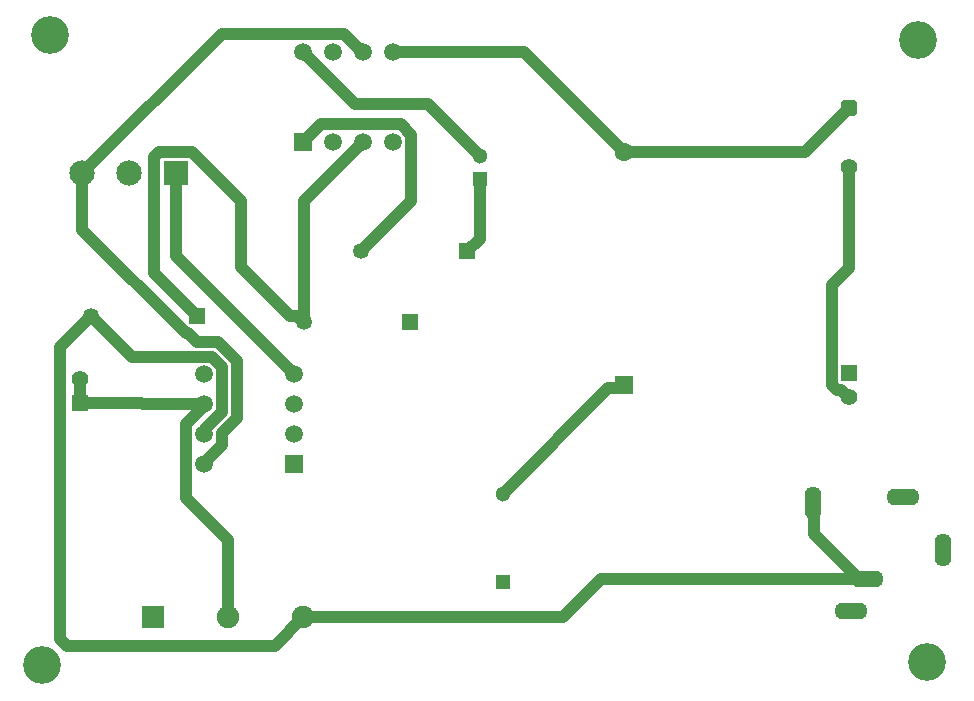
<source format=gbl>
G04*
G04 #@! TF.GenerationSoftware,Altium Limited,Altium Designer,25.2.1 (25)*
G04*
G04 Layer_Physical_Order=2*
G04 Layer_Color=16711680*
%FSLAX25Y25*%
%MOIN*%
G70*
G04*
G04 #@! TF.SameCoordinates,C35E73BE-C39F-499D-9B8D-0DC63BFC9BBD*
G04*
G04*
G04 #@! TF.FilePolarity,Positive*
G04*
G01*
G75*
%ADD26C,0.05472*%
%ADD27R,0.05472X0.05472*%
%ADD30C,0.06300*%
%ADD31R,0.06300X0.06300*%
%ADD36C,0.05118*%
%ADD37R,0.05118X0.05118*%
%ADD39C,0.12598*%
%ADD40C,0.07480*%
%ADD41R,0.07480X0.07480*%
%ADD42C,0.08465*%
%ADD43R,0.08465X0.08465*%
%ADD44C,0.05512*%
G04:AMPARAMS|DCode=45|XSize=55.12mil|YSize=55.12mil|CornerRadius=13.78mil|HoleSize=0mil|Usage=FLASHONLY|Rotation=90.000|XOffset=0mil|YOffset=0mil|HoleType=Round|Shape=RoundedRectangle|*
%AMROUNDEDRECTD45*
21,1,0.05512,0.02756,0,0,90.0*
21,1,0.02756,0.05512,0,0,90.0*
1,1,0.02756,0.01378,0.01378*
1,1,0.02756,0.01378,-0.01378*
1,1,0.02756,-0.01378,-0.01378*
1,1,0.02756,-0.01378,0.01378*
%
%ADD45ROUNDEDRECTD45*%
%ADD46R,0.05315X0.05315*%
%ADD47C,0.05315*%
%ADD48R,0.05906X0.05906*%
%ADD49C,0.05906*%
%ADD50O,0.05512X0.11024*%
%ADD51O,0.11024X0.05512*%
%ADD52R,0.05906X0.05906*%
%ADD53C,0.04000*%
D26*
X379500Y200626D02*
D03*
X123000Y206500D02*
D03*
D27*
X379500Y208500D02*
D03*
X123000Y198626D02*
D03*
D30*
X304500Y282200D02*
D03*
D31*
Y204500D02*
D03*
D36*
X256500Y280874D02*
D03*
X264000Y168264D02*
D03*
D37*
X256500Y273000D02*
D03*
X264000Y138736D02*
D03*
D39*
X113000Y321000D02*
D03*
X110500Y111000D02*
D03*
X405500Y112000D02*
D03*
X402500Y319500D02*
D03*
D40*
X172500Y127000D02*
D03*
X197500D02*
D03*
D41*
X147500D02*
D03*
D42*
X123909Y275000D02*
D03*
X139500D02*
D03*
D43*
X155091D02*
D03*
D44*
X379500Y277157D02*
D03*
D45*
Y296843D02*
D03*
D46*
X162216Y227500D02*
D03*
X252217Y249000D02*
D03*
X233217Y225500D02*
D03*
D47*
X126784Y227500D02*
D03*
X216783Y249000D02*
D03*
X197784Y225500D02*
D03*
D48*
X197500Y285500D02*
D03*
D49*
X207500D02*
D03*
X217500D02*
D03*
X227500D02*
D03*
X197500Y315500D02*
D03*
X207500D02*
D03*
X217500D02*
D03*
X227500D02*
D03*
X194500Y188000D02*
D03*
Y198000D02*
D03*
Y208000D02*
D03*
X164500Y178000D02*
D03*
Y188000D02*
D03*
Y198000D02*
D03*
Y208000D02*
D03*
D50*
X410795Y149484D02*
D03*
X367488Y165232D02*
D03*
D51*
X380087Y129012D02*
D03*
X385598Y139642D02*
D03*
X397410Y167201D02*
D03*
D52*
X194500Y178000D02*
D03*
D53*
X367488Y165232D02*
X367777Y164943D01*
Y154707D02*
Y164943D01*
Y154707D02*
X382842Y139642D01*
X385598D01*
X296759D02*
X385598D01*
X284117Y127000D02*
X296759Y139642D01*
X197500Y127000D02*
X284117D01*
X123000Y198626D02*
Y206500D01*
Y198626D02*
X143547D01*
X144173Y198000D01*
X164500D01*
X303350Y203350D02*
X304500Y204500D01*
X299086Y203350D02*
X303350D01*
X264000Y168264D02*
X299086Y203350D01*
X155091Y247410D02*
Y275000D01*
Y247410D02*
X194500Y208000D01*
X193283Y227587D02*
X195341D01*
X160565Y282232D02*
X176924Y265873D01*
X195341Y227587D02*
X197428Y225500D01*
X147858Y280475D02*
X149616Y282232D01*
X147858Y241858D02*
Y280475D01*
X149616Y282232D02*
X160565D01*
X176924Y243946D02*
X193283Y227587D01*
X197428Y225500D02*
X197784D01*
X176924Y243946D02*
Y265873D01*
X147858Y241858D02*
X162216Y227500D01*
X126784D02*
X140331Y213953D01*
X166966D01*
X170453Y210466D01*
Y195534D02*
Y210466D01*
X164865Y189946D02*
X170453Y195534D01*
X164865Y188365D02*
Y189946D01*
X164500Y188000D02*
X164865Y188365D01*
X161966Y218953D02*
X169037D01*
X170453Y188463D02*
X175453Y193463D01*
X169037Y218953D02*
X175453Y212537D01*
Y193463D02*
Y212537D01*
X159076Y221843D02*
X161966Y218953D01*
X170453Y184468D02*
Y188463D01*
X164500Y197484D02*
Y198000D01*
X158547Y191532D02*
X164500Y197484D01*
X158547Y166713D02*
Y191532D01*
Y166713D02*
X172500Y152760D01*
X164500Y178000D02*
Y178516D01*
X170453Y184468D01*
X158316Y221843D02*
X159076D01*
X123909Y256249D02*
X158316Y221843D01*
X123909Y256249D02*
Y275000D01*
X170362Y321453D01*
X211032D01*
X216984Y315500D01*
X217500D01*
X197500D02*
X214888Y298112D01*
X239262D01*
X256500Y280874D01*
X252217Y249000D02*
X256500Y253284D01*
Y273000D01*
X216783Y249000D02*
X233453Y265669D01*
Y287966D01*
X229966Y291453D02*
X233453Y287966D01*
X203453Y291453D02*
X229966D01*
X197500Y285500D02*
X203453Y291453D01*
X197784Y265784D02*
X217500Y285500D01*
X197784Y225500D02*
Y265784D01*
X118843Y117500D02*
X188000D01*
X172500Y127000D02*
Y152760D01*
X188000Y117500D02*
X197500Y127000D01*
X116500Y119843D02*
X118843Y117500D01*
X116500Y119843D02*
Y217216D01*
X126784Y227500D01*
X379102Y200626D02*
X379500D01*
X376964Y202764D02*
X379102Y200626D01*
X375521Y202764D02*
X376964D01*
X373764Y204521D02*
X375521Y202764D01*
X373764Y204521D02*
Y237767D01*
X379500Y243503D01*
Y277157D01*
X364858Y282200D02*
X379500Y296843D01*
X304500Y282200D02*
X364858D01*
X271200Y315500D02*
X304500Y282200D01*
X227500Y315500D02*
X271200D01*
M02*

</source>
